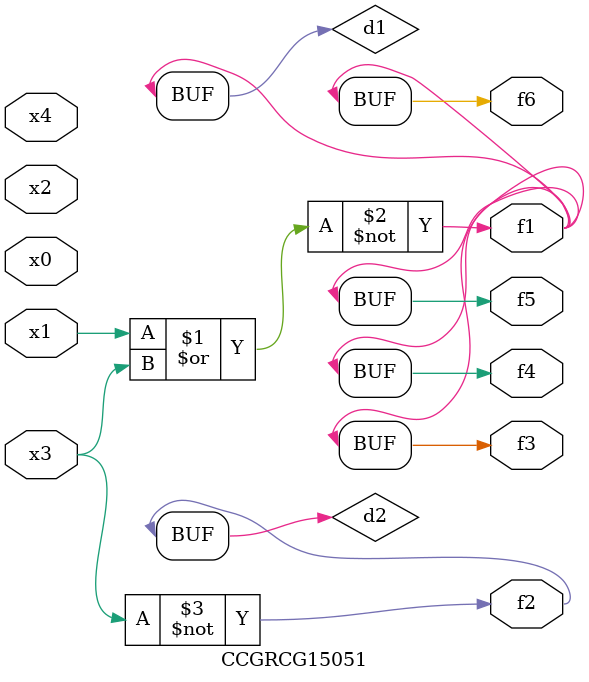
<source format=v>
module CCGRCG15051(
	input x0, x1, x2, x3, x4,
	output f1, f2, f3, f4, f5, f6
);

	wire d1, d2;

	nor (d1, x1, x3);
	not (d2, x3);
	assign f1 = d1;
	assign f2 = d2;
	assign f3 = d1;
	assign f4 = d1;
	assign f5 = d1;
	assign f6 = d1;
endmodule

</source>
